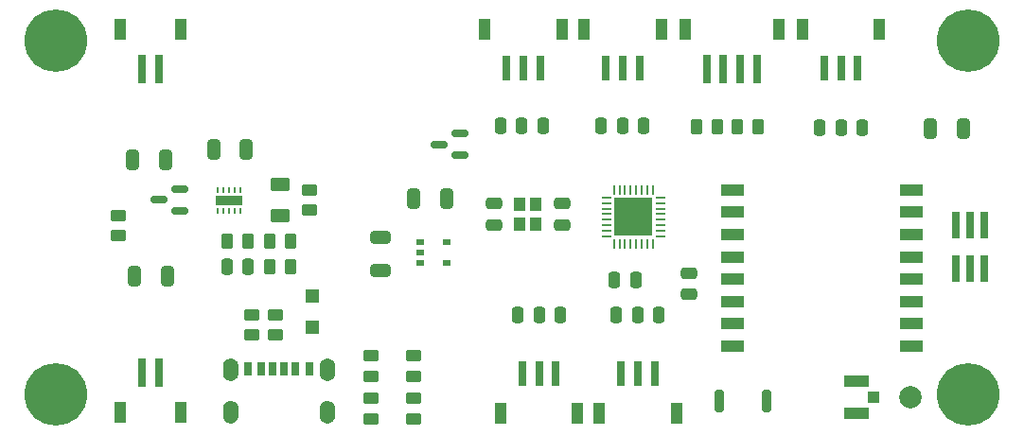
<source format=gbr>
%TF.GenerationSoftware,KiCad,Pcbnew,(6.0.6)*%
%TF.CreationDate,2022-06-29T12:08:49+02:00*%
%TF.ProjectId,LoRaMini,4c6f5261-4d69-46e6-992e-6b696361645f,rev?*%
%TF.SameCoordinates,Original*%
%TF.FileFunction,Soldermask,Top*%
%TF.FilePolarity,Negative*%
%FSLAX46Y46*%
G04 Gerber Fmt 4.6, Leading zero omitted, Abs format (unit mm)*
G04 Created by KiCad (PCBNEW (6.0.6)) date 2022-06-29 12:08:49*
%MOMM*%
%LPD*%
G01*
G04 APERTURE LIST*
G04 Aperture macros list*
%AMRoundRect*
0 Rectangle with rounded corners*
0 $1 Rounding radius*
0 $2 $3 $4 $5 $6 $7 $8 $9 X,Y pos of 4 corners*
0 Add a 4 corners polygon primitive as box body*
4,1,4,$2,$3,$4,$5,$6,$7,$8,$9,$2,$3,0*
0 Add four circle primitives for the rounded corners*
1,1,$1+$1,$2,$3*
1,1,$1+$1,$4,$5*
1,1,$1+$1,$6,$7*
1,1,$1+$1,$8,$9*
0 Add four rect primitives between the rounded corners*
20,1,$1+$1,$2,$3,$4,$5,0*
20,1,$1+$1,$4,$5,$6,$7,0*
20,1,$1+$1,$6,$7,$8,$9,0*
20,1,$1+$1,$8,$9,$2,$3,0*%
G04 Aperture macros list end*
%ADD10C,0.010000*%
%ADD11R,0.700000X2.300000*%
%ADD12R,1.100000X1.900000*%
%ADD13R,2.000000X1.000000*%
%ADD14C,2.000000*%
%ADD15R,0.700000X1.200000*%
%ADD16R,0.760000X1.200000*%
%ADD17R,0.800000X1.200000*%
%ADD18C,5.600000*%
%ADD19RoundRect,0.250000X-0.475000X0.250000X-0.475000X-0.250000X0.475000X-0.250000X0.475000X0.250000X0*%
%ADD20R,0.740000X2.400000*%
%ADD21RoundRect,0.250000X0.475000X-0.250000X0.475000X0.250000X-0.475000X0.250000X-0.475000X-0.250000X0*%
%ADD22R,0.700000X2.500000*%
%ADD23RoundRect,0.250000X-0.250000X-0.475000X0.250000X-0.475000X0.250000X0.475000X-0.250000X0.475000X0*%
%ADD24R,1.000000X1.150000*%
%ADD25R,0.700000X0.510000*%
%ADD26RoundRect,0.250000X0.262500X0.450000X-0.262500X0.450000X-0.262500X-0.450000X0.262500X-0.450000X0*%
%ADD27RoundRect,0.250000X0.325000X0.650000X-0.325000X0.650000X-0.325000X-0.650000X0.325000X-0.650000X0*%
%ADD28RoundRect,0.250000X0.450000X-0.262500X0.450000X0.262500X-0.450000X0.262500X-0.450000X-0.262500X0*%
%ADD29RoundRect,0.250000X-0.325000X-0.650000X0.325000X-0.650000X0.325000X0.650000X-0.325000X0.650000X0*%
%ADD30RoundRect,0.250000X-0.262500X-0.450000X0.262500X-0.450000X0.262500X0.450000X-0.262500X0.450000X0*%
%ADD31R,1.200000X1.200000*%
%ADD32RoundRect,0.250000X-0.625000X0.375000X-0.625000X-0.375000X0.625000X-0.375000X0.625000X0.375000X0*%
%ADD33RoundRect,0.250000X-0.450000X0.262500X-0.450000X-0.262500X0.450000X-0.262500X0.450000X0.262500X0*%
%ADD34RoundRect,0.250000X0.250000X0.475000X-0.250000X0.475000X-0.250000X-0.475000X0.250000X-0.475000X0*%
%ADD35RoundRect,0.250000X-0.650000X0.325000X-0.650000X-0.325000X0.650000X-0.325000X0.650000X0.325000X0*%
%ADD36RoundRect,0.150000X0.587500X0.150000X-0.587500X0.150000X-0.587500X-0.150000X0.587500X-0.150000X0*%
%ADD37R,1.050000X1.000000*%
%ADD38R,2.200000X1.050000*%
%ADD39RoundRect,0.200000X-0.200000X-0.800000X0.200000X-0.800000X0.200000X0.800000X-0.200000X0.800000X0*%
%ADD40R,0.250000X0.500000*%
%ADD41R,2.400000X0.840000*%
%ADD42RoundRect,0.062500X0.062500X-0.375000X0.062500X0.375000X-0.062500X0.375000X-0.062500X-0.375000X0*%
%ADD43RoundRect,0.062500X0.375000X-0.062500X0.375000X0.062500X-0.375000X0.062500X-0.375000X-0.062500X0*%
%ADD44R,3.500000X3.500000*%
G04 APERTURE END LIST*
%TO.C,J3*%
G36*
X111411000Y-136630000D02*
G01*
X111445000Y-136633000D01*
X111479000Y-136637000D01*
X111512000Y-136643000D01*
X111545000Y-136651000D01*
X111578000Y-136661000D01*
X111610000Y-136672000D01*
X111641000Y-136685000D01*
X111672000Y-136700000D01*
X111702000Y-136716000D01*
X111731000Y-136734000D01*
X111759000Y-136753000D01*
X111786000Y-136774000D01*
X111812000Y-136796000D01*
X111837000Y-136819000D01*
X111860000Y-136844000D01*
X111882000Y-136870000D01*
X111903000Y-136897000D01*
X111922000Y-136925000D01*
X111940000Y-136954000D01*
X111956000Y-136984000D01*
X111971000Y-137015000D01*
X111984000Y-137046000D01*
X111995000Y-137078000D01*
X112005000Y-137111000D01*
X112013000Y-137144000D01*
X112019000Y-137177000D01*
X112023000Y-137211000D01*
X112026000Y-137245000D01*
X112027000Y-137279000D01*
X112027000Y-137879000D01*
X112026000Y-137913000D01*
X112023000Y-137947000D01*
X112019000Y-137981000D01*
X112013000Y-138014000D01*
X112005000Y-138047000D01*
X111995000Y-138080000D01*
X111984000Y-138112000D01*
X111971000Y-138143000D01*
X111956000Y-138174000D01*
X111940000Y-138204000D01*
X111922000Y-138233000D01*
X111903000Y-138261000D01*
X111882000Y-138288000D01*
X111860000Y-138314000D01*
X111837000Y-138339000D01*
X111812000Y-138362000D01*
X111786000Y-138384000D01*
X111759000Y-138405000D01*
X111731000Y-138424000D01*
X111702000Y-138442000D01*
X111672000Y-138458000D01*
X111641000Y-138473000D01*
X111610000Y-138486000D01*
X111578000Y-138497000D01*
X111545000Y-138507000D01*
X111512000Y-138515000D01*
X111479000Y-138521000D01*
X111445000Y-138525000D01*
X111411000Y-138528000D01*
X111377000Y-138529000D01*
X111343000Y-138528000D01*
X111309000Y-138525000D01*
X111275000Y-138521000D01*
X111242000Y-138515000D01*
X111209000Y-138507000D01*
X111176000Y-138497000D01*
X111144000Y-138486000D01*
X111113000Y-138473000D01*
X111082000Y-138458000D01*
X111052000Y-138442000D01*
X111023000Y-138424000D01*
X110995000Y-138405000D01*
X110968000Y-138384000D01*
X110942000Y-138362000D01*
X110917000Y-138339000D01*
X110894000Y-138314000D01*
X110872000Y-138288000D01*
X110851000Y-138261000D01*
X110832000Y-138233000D01*
X110814000Y-138204000D01*
X110798000Y-138174000D01*
X110783000Y-138143000D01*
X110770000Y-138112000D01*
X110759000Y-138080000D01*
X110749000Y-138047000D01*
X110741000Y-138014000D01*
X110735000Y-137981000D01*
X110731000Y-137947000D01*
X110728000Y-137913000D01*
X110727000Y-137879000D01*
X110727000Y-137279000D01*
X110728000Y-137245000D01*
X110731000Y-137211000D01*
X110735000Y-137177000D01*
X110741000Y-137144000D01*
X110749000Y-137111000D01*
X110759000Y-137078000D01*
X110770000Y-137046000D01*
X110783000Y-137015000D01*
X110798000Y-136984000D01*
X110814000Y-136954000D01*
X110832000Y-136925000D01*
X110851000Y-136897000D01*
X110872000Y-136870000D01*
X110894000Y-136844000D01*
X110917000Y-136819000D01*
X110942000Y-136796000D01*
X110968000Y-136774000D01*
X110995000Y-136753000D01*
X111023000Y-136734000D01*
X111052000Y-136716000D01*
X111082000Y-136700000D01*
X111113000Y-136685000D01*
X111144000Y-136672000D01*
X111176000Y-136661000D01*
X111209000Y-136651000D01*
X111242000Y-136643000D01*
X111275000Y-136637000D01*
X111309000Y-136633000D01*
X111343000Y-136630000D01*
X111377000Y-136629000D01*
X111411000Y-136630000D01*
G37*
D10*
X111411000Y-136630000D02*
X111445000Y-136633000D01*
X111479000Y-136637000D01*
X111512000Y-136643000D01*
X111545000Y-136651000D01*
X111578000Y-136661000D01*
X111610000Y-136672000D01*
X111641000Y-136685000D01*
X111672000Y-136700000D01*
X111702000Y-136716000D01*
X111731000Y-136734000D01*
X111759000Y-136753000D01*
X111786000Y-136774000D01*
X111812000Y-136796000D01*
X111837000Y-136819000D01*
X111860000Y-136844000D01*
X111882000Y-136870000D01*
X111903000Y-136897000D01*
X111922000Y-136925000D01*
X111940000Y-136954000D01*
X111956000Y-136984000D01*
X111971000Y-137015000D01*
X111984000Y-137046000D01*
X111995000Y-137078000D01*
X112005000Y-137111000D01*
X112013000Y-137144000D01*
X112019000Y-137177000D01*
X112023000Y-137211000D01*
X112026000Y-137245000D01*
X112027000Y-137279000D01*
X112027000Y-137879000D01*
X112026000Y-137913000D01*
X112023000Y-137947000D01*
X112019000Y-137981000D01*
X112013000Y-138014000D01*
X112005000Y-138047000D01*
X111995000Y-138080000D01*
X111984000Y-138112000D01*
X111971000Y-138143000D01*
X111956000Y-138174000D01*
X111940000Y-138204000D01*
X111922000Y-138233000D01*
X111903000Y-138261000D01*
X111882000Y-138288000D01*
X111860000Y-138314000D01*
X111837000Y-138339000D01*
X111812000Y-138362000D01*
X111786000Y-138384000D01*
X111759000Y-138405000D01*
X111731000Y-138424000D01*
X111702000Y-138442000D01*
X111672000Y-138458000D01*
X111641000Y-138473000D01*
X111610000Y-138486000D01*
X111578000Y-138497000D01*
X111545000Y-138507000D01*
X111512000Y-138515000D01*
X111479000Y-138521000D01*
X111445000Y-138525000D01*
X111411000Y-138528000D01*
X111377000Y-138529000D01*
X111343000Y-138528000D01*
X111309000Y-138525000D01*
X111275000Y-138521000D01*
X111242000Y-138515000D01*
X111209000Y-138507000D01*
X111176000Y-138497000D01*
X111144000Y-138486000D01*
X111113000Y-138473000D01*
X111082000Y-138458000D01*
X111052000Y-138442000D01*
X111023000Y-138424000D01*
X110995000Y-138405000D01*
X110968000Y-138384000D01*
X110942000Y-138362000D01*
X110917000Y-138339000D01*
X110894000Y-138314000D01*
X110872000Y-138288000D01*
X110851000Y-138261000D01*
X110832000Y-138233000D01*
X110814000Y-138204000D01*
X110798000Y-138174000D01*
X110783000Y-138143000D01*
X110770000Y-138112000D01*
X110759000Y-138080000D01*
X110749000Y-138047000D01*
X110741000Y-138014000D01*
X110735000Y-137981000D01*
X110731000Y-137947000D01*
X110728000Y-137913000D01*
X110727000Y-137879000D01*
X110727000Y-137279000D01*
X110728000Y-137245000D01*
X110731000Y-137211000D01*
X110735000Y-137177000D01*
X110741000Y-137144000D01*
X110749000Y-137111000D01*
X110759000Y-137078000D01*
X110770000Y-137046000D01*
X110783000Y-137015000D01*
X110798000Y-136984000D01*
X110814000Y-136954000D01*
X110832000Y-136925000D01*
X110851000Y-136897000D01*
X110872000Y-136870000D01*
X110894000Y-136844000D01*
X110917000Y-136819000D01*
X110942000Y-136796000D01*
X110968000Y-136774000D01*
X110995000Y-136753000D01*
X111023000Y-136734000D01*
X111052000Y-136716000D01*
X111082000Y-136700000D01*
X111113000Y-136685000D01*
X111144000Y-136672000D01*
X111176000Y-136661000D01*
X111209000Y-136651000D01*
X111242000Y-136643000D01*
X111275000Y-136637000D01*
X111309000Y-136633000D01*
X111343000Y-136630000D01*
X111377000Y-136629000D01*
X111411000Y-136630000D01*
G36*
X120051000Y-132830000D02*
G01*
X120085000Y-132833000D01*
X120119000Y-132837000D01*
X120152000Y-132843000D01*
X120185000Y-132851000D01*
X120218000Y-132861000D01*
X120250000Y-132872000D01*
X120281000Y-132885000D01*
X120312000Y-132900000D01*
X120342000Y-132916000D01*
X120371000Y-132934000D01*
X120399000Y-132953000D01*
X120426000Y-132974000D01*
X120452000Y-132996000D01*
X120477000Y-133019000D01*
X120500000Y-133044000D01*
X120522000Y-133070000D01*
X120543000Y-133097000D01*
X120562000Y-133125000D01*
X120580000Y-133154000D01*
X120596000Y-133184000D01*
X120611000Y-133215000D01*
X120624000Y-133246000D01*
X120635000Y-133278000D01*
X120645000Y-133311000D01*
X120653000Y-133344000D01*
X120659000Y-133377000D01*
X120663000Y-133411000D01*
X120666000Y-133445000D01*
X120667000Y-133479000D01*
X120667000Y-134079000D01*
X120666000Y-134113000D01*
X120663000Y-134147000D01*
X120659000Y-134181000D01*
X120653000Y-134214000D01*
X120645000Y-134247000D01*
X120635000Y-134280000D01*
X120624000Y-134312000D01*
X120611000Y-134343000D01*
X120596000Y-134374000D01*
X120580000Y-134404000D01*
X120562000Y-134433000D01*
X120543000Y-134461000D01*
X120522000Y-134488000D01*
X120500000Y-134514000D01*
X120477000Y-134539000D01*
X120452000Y-134562000D01*
X120426000Y-134584000D01*
X120399000Y-134605000D01*
X120371000Y-134624000D01*
X120342000Y-134642000D01*
X120312000Y-134658000D01*
X120281000Y-134673000D01*
X120250000Y-134686000D01*
X120218000Y-134697000D01*
X120185000Y-134707000D01*
X120152000Y-134715000D01*
X120119000Y-134721000D01*
X120085000Y-134725000D01*
X120051000Y-134728000D01*
X120017000Y-134729000D01*
X119983000Y-134728000D01*
X119949000Y-134725000D01*
X119915000Y-134721000D01*
X119882000Y-134715000D01*
X119849000Y-134707000D01*
X119816000Y-134697000D01*
X119784000Y-134686000D01*
X119753000Y-134673000D01*
X119722000Y-134658000D01*
X119692000Y-134642000D01*
X119663000Y-134624000D01*
X119635000Y-134605000D01*
X119608000Y-134584000D01*
X119582000Y-134562000D01*
X119557000Y-134539000D01*
X119534000Y-134514000D01*
X119512000Y-134488000D01*
X119491000Y-134461000D01*
X119472000Y-134433000D01*
X119454000Y-134404000D01*
X119438000Y-134374000D01*
X119423000Y-134343000D01*
X119410000Y-134312000D01*
X119399000Y-134280000D01*
X119389000Y-134247000D01*
X119381000Y-134214000D01*
X119375000Y-134181000D01*
X119371000Y-134147000D01*
X119368000Y-134113000D01*
X119367000Y-134079000D01*
X119367000Y-133479000D01*
X119368000Y-133445000D01*
X119371000Y-133411000D01*
X119375000Y-133377000D01*
X119381000Y-133344000D01*
X119389000Y-133311000D01*
X119399000Y-133278000D01*
X119410000Y-133246000D01*
X119423000Y-133215000D01*
X119438000Y-133184000D01*
X119454000Y-133154000D01*
X119472000Y-133125000D01*
X119491000Y-133097000D01*
X119512000Y-133070000D01*
X119534000Y-133044000D01*
X119557000Y-133019000D01*
X119582000Y-132996000D01*
X119608000Y-132974000D01*
X119635000Y-132953000D01*
X119663000Y-132934000D01*
X119692000Y-132916000D01*
X119722000Y-132900000D01*
X119753000Y-132885000D01*
X119784000Y-132872000D01*
X119816000Y-132861000D01*
X119849000Y-132851000D01*
X119882000Y-132843000D01*
X119915000Y-132837000D01*
X119949000Y-132833000D01*
X119983000Y-132830000D01*
X120017000Y-132829000D01*
X120051000Y-132830000D01*
G37*
X120051000Y-132830000D02*
X120085000Y-132833000D01*
X120119000Y-132837000D01*
X120152000Y-132843000D01*
X120185000Y-132851000D01*
X120218000Y-132861000D01*
X120250000Y-132872000D01*
X120281000Y-132885000D01*
X120312000Y-132900000D01*
X120342000Y-132916000D01*
X120371000Y-132934000D01*
X120399000Y-132953000D01*
X120426000Y-132974000D01*
X120452000Y-132996000D01*
X120477000Y-133019000D01*
X120500000Y-133044000D01*
X120522000Y-133070000D01*
X120543000Y-133097000D01*
X120562000Y-133125000D01*
X120580000Y-133154000D01*
X120596000Y-133184000D01*
X120611000Y-133215000D01*
X120624000Y-133246000D01*
X120635000Y-133278000D01*
X120645000Y-133311000D01*
X120653000Y-133344000D01*
X120659000Y-133377000D01*
X120663000Y-133411000D01*
X120666000Y-133445000D01*
X120667000Y-133479000D01*
X120667000Y-134079000D01*
X120666000Y-134113000D01*
X120663000Y-134147000D01*
X120659000Y-134181000D01*
X120653000Y-134214000D01*
X120645000Y-134247000D01*
X120635000Y-134280000D01*
X120624000Y-134312000D01*
X120611000Y-134343000D01*
X120596000Y-134374000D01*
X120580000Y-134404000D01*
X120562000Y-134433000D01*
X120543000Y-134461000D01*
X120522000Y-134488000D01*
X120500000Y-134514000D01*
X120477000Y-134539000D01*
X120452000Y-134562000D01*
X120426000Y-134584000D01*
X120399000Y-134605000D01*
X120371000Y-134624000D01*
X120342000Y-134642000D01*
X120312000Y-134658000D01*
X120281000Y-134673000D01*
X120250000Y-134686000D01*
X120218000Y-134697000D01*
X120185000Y-134707000D01*
X120152000Y-134715000D01*
X120119000Y-134721000D01*
X120085000Y-134725000D01*
X120051000Y-134728000D01*
X120017000Y-134729000D01*
X119983000Y-134728000D01*
X119949000Y-134725000D01*
X119915000Y-134721000D01*
X119882000Y-134715000D01*
X119849000Y-134707000D01*
X119816000Y-134697000D01*
X119784000Y-134686000D01*
X119753000Y-134673000D01*
X119722000Y-134658000D01*
X119692000Y-134642000D01*
X119663000Y-134624000D01*
X119635000Y-134605000D01*
X119608000Y-134584000D01*
X119582000Y-134562000D01*
X119557000Y-134539000D01*
X119534000Y-134514000D01*
X119512000Y-134488000D01*
X119491000Y-134461000D01*
X119472000Y-134433000D01*
X119454000Y-134404000D01*
X119438000Y-134374000D01*
X119423000Y-134343000D01*
X119410000Y-134312000D01*
X119399000Y-134280000D01*
X119389000Y-134247000D01*
X119381000Y-134214000D01*
X119375000Y-134181000D01*
X119371000Y-134147000D01*
X119368000Y-134113000D01*
X119367000Y-134079000D01*
X119367000Y-133479000D01*
X119368000Y-133445000D01*
X119371000Y-133411000D01*
X119375000Y-133377000D01*
X119381000Y-133344000D01*
X119389000Y-133311000D01*
X119399000Y-133278000D01*
X119410000Y-133246000D01*
X119423000Y-133215000D01*
X119438000Y-133184000D01*
X119454000Y-133154000D01*
X119472000Y-133125000D01*
X119491000Y-133097000D01*
X119512000Y-133070000D01*
X119534000Y-133044000D01*
X119557000Y-133019000D01*
X119582000Y-132996000D01*
X119608000Y-132974000D01*
X119635000Y-132953000D01*
X119663000Y-132934000D01*
X119692000Y-132916000D01*
X119722000Y-132900000D01*
X119753000Y-132885000D01*
X119784000Y-132872000D01*
X119816000Y-132861000D01*
X119849000Y-132851000D01*
X119882000Y-132843000D01*
X119915000Y-132837000D01*
X119949000Y-132833000D01*
X119983000Y-132830000D01*
X120017000Y-132829000D01*
X120051000Y-132830000D01*
G36*
X120051000Y-136630000D02*
G01*
X120085000Y-136633000D01*
X120119000Y-136637000D01*
X120152000Y-136643000D01*
X120185000Y-136651000D01*
X120218000Y-136661000D01*
X120250000Y-136672000D01*
X120281000Y-136685000D01*
X120312000Y-136700000D01*
X120342000Y-136716000D01*
X120371000Y-136734000D01*
X120399000Y-136753000D01*
X120426000Y-136774000D01*
X120452000Y-136796000D01*
X120477000Y-136819000D01*
X120500000Y-136844000D01*
X120522000Y-136870000D01*
X120543000Y-136897000D01*
X120562000Y-136925000D01*
X120580000Y-136954000D01*
X120596000Y-136984000D01*
X120611000Y-137015000D01*
X120624000Y-137046000D01*
X120635000Y-137078000D01*
X120645000Y-137111000D01*
X120653000Y-137144000D01*
X120659000Y-137177000D01*
X120663000Y-137211000D01*
X120666000Y-137245000D01*
X120667000Y-137279000D01*
X120667000Y-137879000D01*
X120666000Y-137913000D01*
X120663000Y-137947000D01*
X120659000Y-137981000D01*
X120653000Y-138014000D01*
X120645000Y-138047000D01*
X120635000Y-138080000D01*
X120624000Y-138112000D01*
X120611000Y-138143000D01*
X120596000Y-138174000D01*
X120580000Y-138204000D01*
X120562000Y-138233000D01*
X120543000Y-138261000D01*
X120522000Y-138288000D01*
X120500000Y-138314000D01*
X120477000Y-138339000D01*
X120452000Y-138362000D01*
X120426000Y-138384000D01*
X120399000Y-138405000D01*
X120371000Y-138424000D01*
X120342000Y-138442000D01*
X120312000Y-138458000D01*
X120281000Y-138473000D01*
X120250000Y-138486000D01*
X120218000Y-138497000D01*
X120185000Y-138507000D01*
X120152000Y-138515000D01*
X120119000Y-138521000D01*
X120085000Y-138525000D01*
X120051000Y-138528000D01*
X120017000Y-138529000D01*
X119983000Y-138528000D01*
X119949000Y-138525000D01*
X119915000Y-138521000D01*
X119882000Y-138515000D01*
X119849000Y-138507000D01*
X119816000Y-138497000D01*
X119784000Y-138486000D01*
X119753000Y-138473000D01*
X119722000Y-138458000D01*
X119692000Y-138442000D01*
X119663000Y-138424000D01*
X119635000Y-138405000D01*
X119608000Y-138384000D01*
X119582000Y-138362000D01*
X119557000Y-138339000D01*
X119534000Y-138314000D01*
X119512000Y-138288000D01*
X119491000Y-138261000D01*
X119472000Y-138233000D01*
X119454000Y-138204000D01*
X119438000Y-138174000D01*
X119423000Y-138143000D01*
X119410000Y-138112000D01*
X119399000Y-138080000D01*
X119389000Y-138047000D01*
X119381000Y-138014000D01*
X119375000Y-137981000D01*
X119371000Y-137947000D01*
X119368000Y-137913000D01*
X119367000Y-137879000D01*
X119367000Y-137279000D01*
X119368000Y-137245000D01*
X119371000Y-137211000D01*
X119375000Y-137177000D01*
X119381000Y-137144000D01*
X119389000Y-137111000D01*
X119399000Y-137078000D01*
X119410000Y-137046000D01*
X119423000Y-137015000D01*
X119438000Y-136984000D01*
X119454000Y-136954000D01*
X119472000Y-136925000D01*
X119491000Y-136897000D01*
X119512000Y-136870000D01*
X119534000Y-136844000D01*
X119557000Y-136819000D01*
X119582000Y-136796000D01*
X119608000Y-136774000D01*
X119635000Y-136753000D01*
X119663000Y-136734000D01*
X119692000Y-136716000D01*
X119722000Y-136700000D01*
X119753000Y-136685000D01*
X119784000Y-136672000D01*
X119816000Y-136661000D01*
X119849000Y-136651000D01*
X119882000Y-136643000D01*
X119915000Y-136637000D01*
X119949000Y-136633000D01*
X119983000Y-136630000D01*
X120017000Y-136629000D01*
X120051000Y-136630000D01*
G37*
X120051000Y-136630000D02*
X120085000Y-136633000D01*
X120119000Y-136637000D01*
X120152000Y-136643000D01*
X120185000Y-136651000D01*
X120218000Y-136661000D01*
X120250000Y-136672000D01*
X120281000Y-136685000D01*
X120312000Y-136700000D01*
X120342000Y-136716000D01*
X120371000Y-136734000D01*
X120399000Y-136753000D01*
X120426000Y-136774000D01*
X120452000Y-136796000D01*
X120477000Y-136819000D01*
X120500000Y-136844000D01*
X120522000Y-136870000D01*
X120543000Y-136897000D01*
X120562000Y-136925000D01*
X120580000Y-136954000D01*
X120596000Y-136984000D01*
X120611000Y-137015000D01*
X120624000Y-137046000D01*
X120635000Y-137078000D01*
X120645000Y-137111000D01*
X120653000Y-137144000D01*
X120659000Y-137177000D01*
X120663000Y-137211000D01*
X120666000Y-137245000D01*
X120667000Y-137279000D01*
X120667000Y-137879000D01*
X120666000Y-137913000D01*
X120663000Y-137947000D01*
X120659000Y-137981000D01*
X120653000Y-138014000D01*
X120645000Y-138047000D01*
X120635000Y-138080000D01*
X120624000Y-138112000D01*
X120611000Y-138143000D01*
X120596000Y-138174000D01*
X120580000Y-138204000D01*
X120562000Y-138233000D01*
X120543000Y-138261000D01*
X120522000Y-138288000D01*
X120500000Y-138314000D01*
X120477000Y-138339000D01*
X120452000Y-138362000D01*
X120426000Y-138384000D01*
X120399000Y-138405000D01*
X120371000Y-138424000D01*
X120342000Y-138442000D01*
X120312000Y-138458000D01*
X120281000Y-138473000D01*
X120250000Y-138486000D01*
X120218000Y-138497000D01*
X120185000Y-138507000D01*
X120152000Y-138515000D01*
X120119000Y-138521000D01*
X120085000Y-138525000D01*
X120051000Y-138528000D01*
X120017000Y-138529000D01*
X119983000Y-138528000D01*
X119949000Y-138525000D01*
X119915000Y-138521000D01*
X119882000Y-138515000D01*
X119849000Y-138507000D01*
X119816000Y-138497000D01*
X119784000Y-138486000D01*
X119753000Y-138473000D01*
X119722000Y-138458000D01*
X119692000Y-138442000D01*
X119663000Y-138424000D01*
X119635000Y-138405000D01*
X119608000Y-138384000D01*
X119582000Y-138362000D01*
X119557000Y-138339000D01*
X119534000Y-138314000D01*
X119512000Y-138288000D01*
X119491000Y-138261000D01*
X119472000Y-138233000D01*
X119454000Y-138204000D01*
X119438000Y-138174000D01*
X119423000Y-138143000D01*
X119410000Y-138112000D01*
X119399000Y-138080000D01*
X119389000Y-138047000D01*
X119381000Y-138014000D01*
X119375000Y-137981000D01*
X119371000Y-137947000D01*
X119368000Y-137913000D01*
X119367000Y-137879000D01*
X119367000Y-137279000D01*
X119368000Y-137245000D01*
X119371000Y-137211000D01*
X119375000Y-137177000D01*
X119381000Y-137144000D01*
X119389000Y-137111000D01*
X119399000Y-137078000D01*
X119410000Y-137046000D01*
X119423000Y-137015000D01*
X119438000Y-136984000D01*
X119454000Y-136954000D01*
X119472000Y-136925000D01*
X119491000Y-136897000D01*
X119512000Y-136870000D01*
X119534000Y-136844000D01*
X119557000Y-136819000D01*
X119582000Y-136796000D01*
X119608000Y-136774000D01*
X119635000Y-136753000D01*
X119663000Y-136734000D01*
X119692000Y-136716000D01*
X119722000Y-136700000D01*
X119753000Y-136685000D01*
X119784000Y-136672000D01*
X119816000Y-136661000D01*
X119849000Y-136651000D01*
X119882000Y-136643000D01*
X119915000Y-136637000D01*
X119949000Y-136633000D01*
X119983000Y-136630000D01*
X120017000Y-136629000D01*
X120051000Y-136630000D01*
G36*
X111411000Y-132830000D02*
G01*
X111445000Y-132833000D01*
X111479000Y-132837000D01*
X111512000Y-132843000D01*
X111545000Y-132851000D01*
X111578000Y-132861000D01*
X111610000Y-132872000D01*
X111641000Y-132885000D01*
X111672000Y-132900000D01*
X111702000Y-132916000D01*
X111731000Y-132934000D01*
X111759000Y-132953000D01*
X111786000Y-132974000D01*
X111812000Y-132996000D01*
X111837000Y-133019000D01*
X111860000Y-133044000D01*
X111882000Y-133070000D01*
X111903000Y-133097000D01*
X111922000Y-133125000D01*
X111940000Y-133154000D01*
X111956000Y-133184000D01*
X111971000Y-133215000D01*
X111984000Y-133246000D01*
X111995000Y-133278000D01*
X112005000Y-133311000D01*
X112013000Y-133344000D01*
X112019000Y-133377000D01*
X112023000Y-133411000D01*
X112026000Y-133445000D01*
X112027000Y-133479000D01*
X112027000Y-134079000D01*
X112026000Y-134113000D01*
X112023000Y-134147000D01*
X112019000Y-134181000D01*
X112013000Y-134214000D01*
X112005000Y-134247000D01*
X111995000Y-134280000D01*
X111984000Y-134312000D01*
X111971000Y-134343000D01*
X111956000Y-134374000D01*
X111940000Y-134404000D01*
X111922000Y-134433000D01*
X111903000Y-134461000D01*
X111882000Y-134488000D01*
X111860000Y-134514000D01*
X111837000Y-134539000D01*
X111812000Y-134562000D01*
X111786000Y-134584000D01*
X111759000Y-134605000D01*
X111731000Y-134624000D01*
X111702000Y-134642000D01*
X111672000Y-134658000D01*
X111641000Y-134673000D01*
X111610000Y-134686000D01*
X111578000Y-134697000D01*
X111545000Y-134707000D01*
X111512000Y-134715000D01*
X111479000Y-134721000D01*
X111445000Y-134725000D01*
X111411000Y-134728000D01*
X111377000Y-134729000D01*
X111343000Y-134728000D01*
X111309000Y-134725000D01*
X111275000Y-134721000D01*
X111242000Y-134715000D01*
X111209000Y-134707000D01*
X111176000Y-134697000D01*
X111144000Y-134686000D01*
X111113000Y-134673000D01*
X111082000Y-134658000D01*
X111052000Y-134642000D01*
X111023000Y-134624000D01*
X110995000Y-134605000D01*
X110968000Y-134584000D01*
X110942000Y-134562000D01*
X110917000Y-134539000D01*
X110894000Y-134514000D01*
X110872000Y-134488000D01*
X110851000Y-134461000D01*
X110832000Y-134433000D01*
X110814000Y-134404000D01*
X110798000Y-134374000D01*
X110783000Y-134343000D01*
X110770000Y-134312000D01*
X110759000Y-134280000D01*
X110749000Y-134247000D01*
X110741000Y-134214000D01*
X110735000Y-134181000D01*
X110731000Y-134147000D01*
X110728000Y-134113000D01*
X110727000Y-134079000D01*
X110727000Y-133479000D01*
X110728000Y-133445000D01*
X110731000Y-133411000D01*
X110735000Y-133377000D01*
X110741000Y-133344000D01*
X110749000Y-133311000D01*
X110759000Y-133278000D01*
X110770000Y-133246000D01*
X110783000Y-133215000D01*
X110798000Y-133184000D01*
X110814000Y-133154000D01*
X110832000Y-133125000D01*
X110851000Y-133097000D01*
X110872000Y-133070000D01*
X110894000Y-133044000D01*
X110917000Y-133019000D01*
X110942000Y-132996000D01*
X110968000Y-132974000D01*
X110995000Y-132953000D01*
X111023000Y-132934000D01*
X111052000Y-132916000D01*
X111082000Y-132900000D01*
X111113000Y-132885000D01*
X111144000Y-132872000D01*
X111176000Y-132861000D01*
X111209000Y-132851000D01*
X111242000Y-132843000D01*
X111275000Y-132837000D01*
X111309000Y-132833000D01*
X111343000Y-132830000D01*
X111377000Y-132829000D01*
X111411000Y-132830000D01*
G37*
X111411000Y-132830000D02*
X111445000Y-132833000D01*
X111479000Y-132837000D01*
X111512000Y-132843000D01*
X111545000Y-132851000D01*
X111578000Y-132861000D01*
X111610000Y-132872000D01*
X111641000Y-132885000D01*
X111672000Y-132900000D01*
X111702000Y-132916000D01*
X111731000Y-132934000D01*
X111759000Y-132953000D01*
X111786000Y-132974000D01*
X111812000Y-132996000D01*
X111837000Y-133019000D01*
X111860000Y-133044000D01*
X111882000Y-133070000D01*
X111903000Y-133097000D01*
X111922000Y-133125000D01*
X111940000Y-133154000D01*
X111956000Y-133184000D01*
X111971000Y-133215000D01*
X111984000Y-133246000D01*
X111995000Y-133278000D01*
X112005000Y-133311000D01*
X112013000Y-133344000D01*
X112019000Y-133377000D01*
X112023000Y-133411000D01*
X112026000Y-133445000D01*
X112027000Y-133479000D01*
X112027000Y-134079000D01*
X112026000Y-134113000D01*
X112023000Y-134147000D01*
X112019000Y-134181000D01*
X112013000Y-134214000D01*
X112005000Y-134247000D01*
X111995000Y-134280000D01*
X111984000Y-134312000D01*
X111971000Y-134343000D01*
X111956000Y-134374000D01*
X111940000Y-134404000D01*
X111922000Y-134433000D01*
X111903000Y-134461000D01*
X111882000Y-134488000D01*
X111860000Y-134514000D01*
X111837000Y-134539000D01*
X111812000Y-134562000D01*
X111786000Y-134584000D01*
X111759000Y-134605000D01*
X111731000Y-134624000D01*
X111702000Y-134642000D01*
X111672000Y-134658000D01*
X111641000Y-134673000D01*
X111610000Y-134686000D01*
X111578000Y-134697000D01*
X111545000Y-134707000D01*
X111512000Y-134715000D01*
X111479000Y-134721000D01*
X111445000Y-134725000D01*
X111411000Y-134728000D01*
X111377000Y-134729000D01*
X111343000Y-134728000D01*
X111309000Y-134725000D01*
X111275000Y-134721000D01*
X111242000Y-134715000D01*
X111209000Y-134707000D01*
X111176000Y-134697000D01*
X111144000Y-134686000D01*
X111113000Y-134673000D01*
X111082000Y-134658000D01*
X111052000Y-134642000D01*
X111023000Y-134624000D01*
X110995000Y-134605000D01*
X110968000Y-134584000D01*
X110942000Y-134562000D01*
X110917000Y-134539000D01*
X110894000Y-134514000D01*
X110872000Y-134488000D01*
X110851000Y-134461000D01*
X110832000Y-134433000D01*
X110814000Y-134404000D01*
X110798000Y-134374000D01*
X110783000Y-134343000D01*
X110770000Y-134312000D01*
X110759000Y-134280000D01*
X110749000Y-134247000D01*
X110741000Y-134214000D01*
X110735000Y-134181000D01*
X110731000Y-134147000D01*
X110728000Y-134113000D01*
X110727000Y-134079000D01*
X110727000Y-133479000D01*
X110728000Y-133445000D01*
X110731000Y-133411000D01*
X110735000Y-133377000D01*
X110741000Y-133344000D01*
X110749000Y-133311000D01*
X110759000Y-133278000D01*
X110770000Y-133246000D01*
X110783000Y-133215000D01*
X110798000Y-133184000D01*
X110814000Y-133154000D01*
X110832000Y-133125000D01*
X110851000Y-133097000D01*
X110872000Y-133070000D01*
X110894000Y-133044000D01*
X110917000Y-133019000D01*
X110942000Y-132996000D01*
X110968000Y-132974000D01*
X110995000Y-132953000D01*
X111023000Y-132934000D01*
X111052000Y-132916000D01*
X111082000Y-132900000D01*
X111113000Y-132885000D01*
X111144000Y-132872000D01*
X111176000Y-132861000D01*
X111209000Y-132851000D01*
X111242000Y-132843000D01*
X111275000Y-132837000D01*
X111309000Y-132833000D01*
X111343000Y-132830000D01*
X111377000Y-132829000D01*
X111411000Y-132830000D01*
%TD*%
D11*
%TO.C,PA0*%
X146328700Y-134180862D03*
X147827300Y-134185940D03*
X149327300Y-134185940D03*
D12*
X144378700Y-137680860D03*
X151277300Y-137685940D03*
%TD*%
D13*
%TO.C,U4*%
X156338000Y-117714000D03*
X156338000Y-119714000D03*
X156338000Y-121714000D03*
X156338000Y-123714000D03*
X156338000Y-125714000D03*
X156338000Y-127714000D03*
X156338000Y-129714000D03*
X156338000Y-131714000D03*
X172338000Y-131714000D03*
X172338000Y-129714000D03*
X172338000Y-127714000D03*
X172338000Y-125714000D03*
X172338000Y-123714000D03*
X172338000Y-121714000D03*
X172338000Y-119714000D03*
X172338000Y-117714000D03*
%TD*%
D11*
%TO.C,PA15*%
X147980166Y-106814338D03*
X146481566Y-106809260D03*
X144981566Y-106809260D03*
D12*
X149930166Y-103314340D03*
X143031566Y-103309260D03*
%TD*%
D14*
%TO.C,J2*%
X172212000Y-136271000D03*
%TD*%
D15*
%TO.C,J3*%
X115197000Y-133699000D03*
D16*
X117217000Y-133699000D03*
D17*
X118447000Y-133699000D03*
D15*
X116197000Y-133699000D03*
D16*
X114177000Y-133699000D03*
D17*
X112947000Y-133699000D03*
%TD*%
D18*
%TO.C,REF\u002A\u002A*%
X177419000Y-104394000D03*
%TD*%
D19*
%TO.C,C33*%
X152400000Y-125161000D03*
X152400000Y-127061000D03*
%TD*%
D20*
%TO.C,DEBUG1*%
X178816000Y-120859000D03*
X177546000Y-120859000D03*
X176276000Y-120859000D03*
X178816000Y-124759000D03*
X177546000Y-124759000D03*
X176276000Y-124759000D03*
%TD*%
D21*
%TO.C,C35*%
X134936000Y-120852000D03*
X134936000Y-118952000D03*
%TD*%
D22*
%TO.C,VIN*%
X103485000Y-134044800D03*
X104985000Y-134044800D03*
D12*
X101535000Y-137644800D03*
X106935000Y-137644800D03*
%TD*%
D23*
%TO.C,JP3*%
X144556400Y-112014000D03*
X146456400Y-112014000D03*
X148356400Y-112014000D03*
%TD*%
D24*
%TO.C,Y1*%
X137284000Y-119027000D03*
X137284000Y-120777000D03*
X138684000Y-120777000D03*
X138684000Y-119027000D03*
%TD*%
D11*
%TO.C,PB8*%
X137502200Y-134180862D03*
X139000800Y-134185940D03*
X140500800Y-134185940D03*
D12*
X135552200Y-137680860D03*
X142450800Y-137685940D03*
%TD*%
D25*
%TO.C,U2*%
X128380000Y-122367000D03*
X128380000Y-123317000D03*
X128380000Y-124267000D03*
X130700000Y-124267000D03*
X130700000Y-122367000D03*
%TD*%
D23*
%TO.C,JP4*%
X135564800Y-112014000D03*
X137464800Y-112014000D03*
X139364800Y-112014000D03*
%TD*%
D26*
%TO.C,R12*%
X112926500Y-122301000D03*
X111101500Y-122301000D03*
%TD*%
D27*
%TO.C,C14*%
X105615000Y-115062000D03*
X102665000Y-115062000D03*
%TD*%
D28*
%TO.C,R14*%
X118491000Y-119530500D03*
X118491000Y-117705500D03*
%TD*%
D29*
%TO.C,C3*%
X109878600Y-114096800D03*
X112828600Y-114096800D03*
%TD*%
D30*
%TO.C,NTC1*%
X114911500Y-122301000D03*
X116736500Y-122301000D03*
%TD*%
D31*
%TO.C,D2*%
X118745000Y-127251000D03*
X118745000Y-130051000D03*
%TD*%
D18*
%TO.C,REF\u002A\u002A*%
X95758000Y-136017000D03*
%TD*%
D23*
%TO.C,C31*%
X145760400Y-125780800D03*
X147660400Y-125780800D03*
%TD*%
D19*
%TO.C,C34*%
X141032000Y-118952000D03*
X141032000Y-120852000D03*
%TD*%
D32*
%TO.C,CHRG*%
X115824000Y-117218000D03*
X115824000Y-120018000D03*
%TD*%
D33*
%TO.C,R35*%
X127762000Y-132564500D03*
X127762000Y-134389500D03*
%TD*%
D18*
%TO.C,REF\u002A\u002A*%
X95758000Y-104394000D03*
%TD*%
D27*
%TO.C,C2*%
X130761000Y-118491000D03*
X127811000Y-118491000D03*
%TD*%
D34*
%TO.C,JP5*%
X149728000Y-128930400D03*
X147828000Y-128930400D03*
X145928000Y-128930400D03*
%TD*%
D26*
%TO.C,R31*%
X158595700Y-112064800D03*
X156770700Y-112064800D03*
%TD*%
D28*
%TO.C,R2*%
X113284000Y-130706500D03*
X113284000Y-128881500D03*
%TD*%
D35*
%TO.C,C1*%
X124841000Y-121969000D03*
X124841000Y-124919000D03*
%TD*%
D28*
%TO.C,R11*%
X101346000Y-121840000D03*
X101346000Y-120015000D03*
%TD*%
D29*
%TO.C,C11*%
X102792000Y-125444000D03*
X105742000Y-125444000D03*
%TD*%
D30*
%TO.C,R32*%
X153113100Y-112064800D03*
X154938100Y-112064800D03*
%TD*%
%TO.C,R13*%
X114911500Y-124563000D03*
X116736500Y-124563000D03*
%TD*%
D36*
%TO.C,Q2*%
X131950700Y-114589600D03*
X131950700Y-112689600D03*
X130075700Y-113639600D03*
%TD*%
D11*
%TO.C,PA8*%
X167513700Y-106814338D03*
X166015100Y-106809260D03*
X164515100Y-106809260D03*
D12*
X169463700Y-103314340D03*
X162565100Y-103309260D03*
%TD*%
D29*
%TO.C,C41*%
X174039000Y-112217200D03*
X176989000Y-112217200D03*
%TD*%
D23*
%TO.C,JP1*%
X164114400Y-112115600D03*
X166014400Y-112115600D03*
X167914400Y-112115600D03*
%TD*%
D37*
%TO.C,ANT*%
X168944000Y-136271000D03*
D38*
X167419000Y-134796000D03*
X167419000Y-137746000D03*
%TD*%
D34*
%TO.C,JP2*%
X140901500Y-128930400D03*
X139001500Y-128930400D03*
X137101500Y-128930400D03*
%TD*%
D22*
%TO.C,BATT*%
X104985000Y-106937500D03*
X103485000Y-106937500D03*
D12*
X106935000Y-103337500D03*
X101535000Y-103337500D03*
%TD*%
D11*
%TO.C,PB3*%
X139099300Y-106814338D03*
X137600700Y-106809260D03*
X136100700Y-106809260D03*
D12*
X141049300Y-103314340D03*
X134150700Y-103309260D03*
%TD*%
D18*
%TO.C,REF\u002A\u002A*%
X177419000Y-136017000D03*
%TD*%
D39*
%TO.C,RST*%
X155126000Y-136652000D03*
X159326000Y-136652000D03*
%TD*%
D40*
%TO.C,U1*%
X110252000Y-119634000D03*
X110752000Y-119634000D03*
X111252000Y-119634000D03*
X111752000Y-119634000D03*
X112252000Y-119634000D03*
X112252000Y-117734000D03*
X111752000Y-117734000D03*
X111252000Y-117734000D03*
X110752000Y-117734000D03*
X110252000Y-117734000D03*
D41*
X111252000Y-118684000D03*
%TD*%
D33*
%TO.C,R33*%
X123952000Y-132564500D03*
X123952000Y-134389500D03*
%TD*%
%TO.C,R34*%
X123952000Y-136393500D03*
X123952000Y-138218500D03*
%TD*%
D42*
%TO.C,U3*%
X145697000Y-122579500D03*
X146197000Y-122579500D03*
X146697000Y-122579500D03*
X147197000Y-122579500D03*
X147697000Y-122579500D03*
X148197000Y-122579500D03*
X148697000Y-122579500D03*
X149197000Y-122579500D03*
D43*
X149884500Y-121892000D03*
X149884500Y-121392000D03*
X149884500Y-120892000D03*
X149884500Y-120392000D03*
X149884500Y-119892000D03*
X149884500Y-119392000D03*
X149884500Y-118892000D03*
X149884500Y-118392000D03*
D42*
X149197000Y-117704500D03*
X148697000Y-117704500D03*
X148197000Y-117704500D03*
X147697000Y-117704500D03*
X147197000Y-117704500D03*
X146697000Y-117704500D03*
X146197000Y-117704500D03*
X145697000Y-117704500D03*
D43*
X145009500Y-118392000D03*
X145009500Y-118892000D03*
X145009500Y-119392000D03*
X145009500Y-119892000D03*
X145009500Y-120392000D03*
X145009500Y-120892000D03*
X145009500Y-121392000D03*
X145009500Y-121892000D03*
D44*
X147447000Y-120142000D03*
%TD*%
D23*
%TO.C,C13*%
X111064000Y-124587000D03*
X112964000Y-124587000D03*
%TD*%
D33*
%TO.C,R36*%
X127762000Y-136374500D03*
X127762000Y-138199500D03*
%TD*%
D28*
%TO.C,R1*%
X115443000Y-130706500D03*
X115443000Y-128881500D03*
%TD*%
D22*
%TO.C,I2C1*%
X158497632Y-106902000D03*
X156997632Y-106902000D03*
X155497632Y-106902000D03*
X153997632Y-106902000D03*
D12*
X160447632Y-103302000D03*
X152047632Y-103302000D03*
%TD*%
D36*
%TO.C,Q1*%
X106855500Y-119568000D03*
X106855500Y-117668000D03*
X104980500Y-118618000D03*
%TD*%
M02*

</source>
